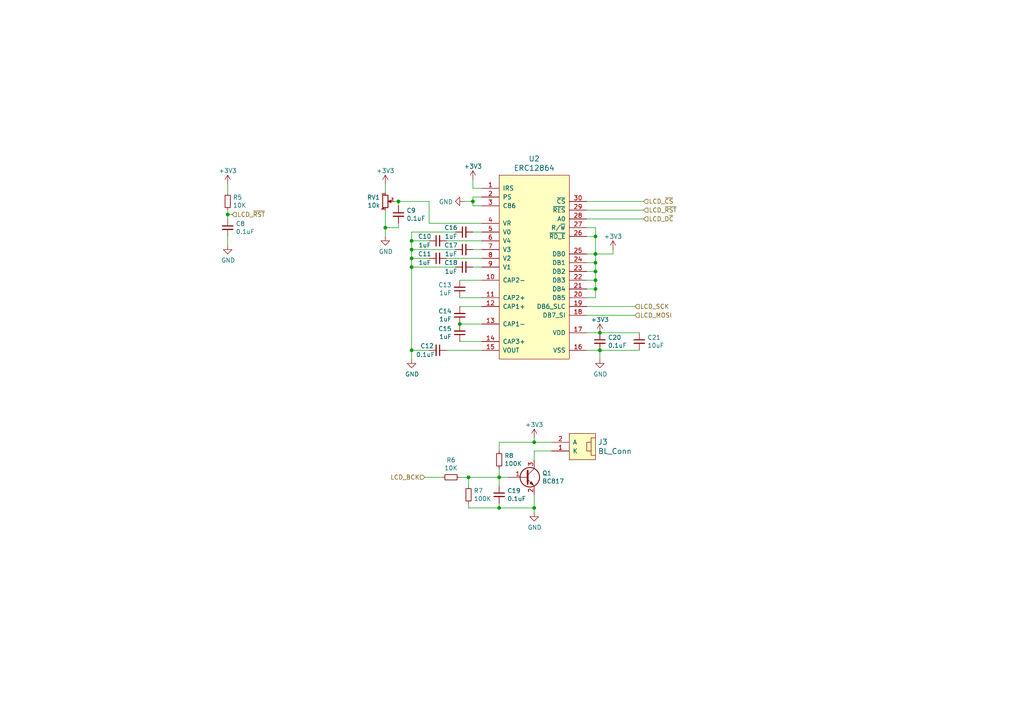
<source format=kicad_sch>
(kicad_sch (version 20211123) (generator eeschema)
  (paper "A4")
  (title_block (title "FGT") (date "2022-01-04") (rev "v1.1.0") (company "Juraj Giertl") (comment 1 "j74a8g@gmail.com"))
  (lib_symbols
    (symbol "Device:C_Small" (pin_numbers hide) (pin_names (offset 0.254) hide)
      (property "Reference" "C" (at 0.254 1.778 0))
      (property "Value" "C_Small" (at 0.254 -2.032 0))
      (symbol "C_Small_0_1"
        (polyline (pts (xy -1.524 -0.508) (xy 1.524 -0.508)) (stroke (width 0.3302)))
        (polyline (pts (xy -1.524 0.508) (xy 1.524 0.508)) (stroke (width 0.3048)))
      )
      (symbol "C_Small_1_1"
        (pin passive line (at 0 2.54 270) (length 2.032) (name "~") (number "1"))
        (pin passive line (at 0 -2.54 90) (length 2.032) (name "~") (number "2"))
      )
    )
    (symbol "Device:R_POT_Small" (pin_names (offset 1.016) hide)
      (property "Reference" "RV" (at -4.445 0 90))
      (property "Value" "Device_R_POT_Small" (at -2.54 0 90))
      (symbol "R_POT_Small_0_1"
        (polyline (pts (xy 0.889 0) (xy 0.635 0) (xy 1.651 0.381) (xy 1.651 -0.381) (xy 0.635 0) (xy 0.889 0)) (fill (type outline)))
        (rectangle (start 0.762 1.8034) (end -0.762 -1.8034) (stroke (width 0.254)))
      )
      (symbol "R_POT_Small_1_1"
        (pin passive line (at 0 2.54 270) (length 0.635) (name "1") (number "1"))
        (pin passive line (at 2.54 0 180) (length 0.9906) (name "2") (number "2"))
        (pin passive line (at 0 -2.54 90) (length 0.635) (name "3") (number "3"))
      )
    )
    (symbol "Device:R_Small" (pin_numbers hide) (pin_names (offset 0.254) hide)
      (property "Reference" "R" (at 0.762 0.508 0))
      (property "Value" "R_Small" (at 0.762 -1.016 0))
      (symbol "R_Small_0_1"
        (rectangle (start -0.762 1.778) (end 0.762 -1.778) (stroke (width 0.2032)))
      )
      (symbol "R_Small_1_1"
        (pin passive line (at 0 2.54 270) (length 0.762) (name "~") (number "1"))
        (pin passive line (at 0 -2.54 90) (length 0.762) (name "~") (number "2"))
      )
    )
    (symbol "Transistor_BJT:BC817" (pin_names (offset 0) hide)
      (property "Reference" "Q" (at 5.08 1.905 0))
      (property "Value" "BC817" (at 5.08 0 0))
      (symbol "BC817_0_1"
        (polyline (pts (xy 0.635 0.635) (xy 2.54 2.54)))
        (polyline (pts (xy 0.635 -0.635) (xy 2.54 -2.54) (xy 2.54 -2.54)))
        (polyline (pts (xy 0.635 1.905) (xy 0.635 -1.905) (xy 0.635 -1.905)) (stroke (width 0.508)))
        (polyline (pts (xy 1.27 -1.778) (xy 1.778 -1.27) (xy 2.286 -2.286) (xy 1.27 -1.778) (xy 1.27 -1.778)) (fill (type outline)))
        (circle (center 1.27 0) (radius 2.8194) (stroke (width 0.254)))
      )
      (symbol "BC817_1_1"
        (pin input line (at -5.08 0 0) (length 5.715) (name "B") (number "1"))
        (pin passive line (at 2.54 -5.08 90) (length 2.54) (name "E") (number "2"))
        (pin passive line (at 2.54 5.08 270) (length 2.54) (name "C") (number "3"))
      )
    )
    (symbol "display:BL_Conn" (pin_names (offset 1.016))
      (property "Reference" "J" (at -3.81 5.08 0))
      (property "Value" "BL_Conn" (at -1.27 -5.08 0))
      (symbol "BL_Conn_0_1"
        (rectangle (start -5.08 3.81) (end 2.54 -3.81) (fill (type background)))
        (polyline (pts (xy 1.27 1.27) (xy 0 1.27) (xy 0 -1.27) (xy 1.27 -1.27)))
        (polyline (pts (xy 2.54 2.54) (xy 1.27 2.54) (xy 1.27 -2.54) (xy 2.54 -2.54)))
      )
      (symbol "BL_Conn_1_1"
        (pin passive line (at -10.16 -1.27 0) (length 5.08) (name "K") (number "1"))
        (pin passive line (at -10.16 1.27 0) (length 5.08) (name "A") (number "2"))
      )
    )
    (symbol "display:ERC12864" (pin_names (offset 1.016))
      (property "Reference" "U" (at -8.89 29.21 0))
      (property "Value" "ERC12864" (at -3.81 -26.67 0))
      (symbol "ERC12864_0_1"
        (rectangle (start -10.16 27.94) (end 10.16 -25.4) (fill (type background)))
      )
      (symbol "ERC12864_1_1"
        (pin input line (at -15.24 24.13 0) (length 5.08) (name "IRS") (number "1"))
        (pin input line (at -15.24 -2.54 0) (length 5.08) (name "CAP2-") (number "10"))
        (pin input line (at -15.24 -7.62 0) (length 5.08) (name "CAP2+") (number "11"))
        (pin input line (at -15.24 -10.16 0) (length 5.08) (name "CAP1+") (number "12"))
        (pin input line (at -15.24 -15.24 0) (length 5.08) (name "CAP1-") (number "13"))
        (pin input line (at -15.24 -20.32 0) (length 5.08) (name "CAP3+") (number "14"))
        (pin input line (at -15.24 -22.86 0) (length 5.08) (name "VOUT") (number "15"))
        (pin input line (at 15.24 -22.86 180) (length 5.08) (name "VSS") (number "16"))
        (pin input line (at 15.24 -17.78 180) (length 5.08) (name "VDD") (number "17"))
        (pin input line (at 15.24 -12.7 180) (length 5.08) (name "DB7_SI") (number "18"))
        (pin input line (at 15.24 -10.16 180) (length 5.08) (name "DB6_SLC") (number "19"))
        (pin input line (at -15.24 21.59 0) (length 5.08) (name "PS") (number "2"))
        (pin input line (at 15.24 -7.62 180) (length 5.08) (name "DB5") (number "20"))
        (pin input line (at 15.24 -5.08 180) (length 5.08) (name "DB4") (number "21"))
        (pin input line (at 15.24 -2.54 180) (length 5.08) (name "DB3") (number "22"))
        (pin input line (at 15.24 0 180) (length 5.08) (name "DB2") (number "23"))
        (pin input line (at 15.24 2.54 180) (length 5.08) (name "DB1") (number "24"))
        (pin input line (at 15.24 5.08 180) (length 5.08) (name "DB0") (number "25"))
        (pin input line (at 15.24 10.16 180) (length 5.08) (name "~{RD_E}") (number "26"))
        (pin input line (at 15.24 12.7 180) (length 5.08) (name "R/~{W}") (number "27"))
        (pin input line (at 15.24 15.24 180) (length 5.08) (name "A0") (number "28"))
        (pin input line (at 15.24 17.78 180) (length 5.08) (name "~{RES}") (number "29"))
        (pin input line (at -15.24 19.05 0) (length 5.08) (name "C86") (number "3"))
        (pin input line (at 15.24 20.32 180) (length 5.08) (name "~{CS}") (number "30"))
        (pin input line (at -15.24 13.97 0) (length 5.08) (name "VR") (number "4"))
        (pin input line (at -15.24 11.43 0) (length 5.08) (name "V0") (number "5"))
        (pin input line (at -15.24 8.89 0) (length 5.08) (name "V4") (number "6"))
        (pin input line (at -15.24 6.35 0) (length 5.08) (name "V3") (number "7"))
        (pin input line (at -15.24 3.81 0) (length 5.08) (name "V2") (number "8"))
        (pin input line (at -15.24 1.27 0) (length 5.08) (name "V1") (number "9"))
      )
    )
    (symbol "power:+3.3V" (power) (pin_names (offset 0))
      (property "Value" "+3.3V" (at 0 3.556 0))
      (symbol "+3.3V_0_1"
        (polyline (pts (xy -0.762 1.27) (xy 0 2.54)))
        (polyline (pts (xy 0 0) (xy 0 2.54)))
        (polyline (pts (xy 0 2.54) (xy 0.762 1.27)))
      )
      (symbol "+3.3V_1_1"
        (pin power_in line (at 0 0 90) (length 0) hide (name "+3V3") (number "1"))
      )
    )
    (symbol "power:GND" (power) (pin_names (offset 0))
      (property "Value" "GND" (at 0 -3.81 0))
      (symbol "GND_0_1"
        (polyline (pts (xy 0 0) (xy 0 -1.27) (xy 1.27 -1.27) (xy 0 -2.54) (xy -1.27 -1.27) (xy 0 -1.27)))
      )
      (symbol "GND_1_1"
        (pin power_in line (at 0 0 270) (length 0) hide (name "GND") (number "1"))
      )
    )
  )
  (junction (at 173.99 96.52))
  (junction (at 172.72 81.28))
  (junction (at 137.16 58.42))
  (junction (at 119.38 74.93))
  (junction (at 119.38 77.47))
  (junction (at 135.89 138.43))
  (junction (at 154.94 128.27))
  (junction (at 119.38 101.6))
  (junction (at 119.38 69.85))
  (junction (at 115.57 58.42))
  (junction (at 172.72 78.74))
  (junction (at 172.72 83.82))
  (junction (at 119.38 72.39))
  (junction (at 172.72 73.66))
  (junction (at 133.35 93.98))
  (junction (at 173.99 101.6))
  (junction (at 144.78 138.43))
  (junction (at 66.04 62.23))
  (junction (at 172.72 76.2))
  (junction (at 111.76 66.04))
  (junction (at 144.78 147.32))
  (junction (at 154.94 147.32))
  (junction (at 172.72 68.58))
  (wire (pts (xy 144.78 135.89) (xy 144.78 138.43)))
  (wire (pts (xy 115.57 58.42) (xy 124.46 58.42)))
  (wire (pts (xy 173.99 101.6) (xy 173.99 104.14)))
  (wire (pts (xy 154.94 130.81) (xy 154.94 133.35)))
  (wire (pts (xy 154.94 147.32) (xy 144.78 147.32)))
  (wire (pts (xy 139.7 81.28) (xy 133.35 81.28)))
  (wire (pts (xy 154.94 128.27) (xy 144.78 128.27)))
  (wire (pts (xy 170.18 68.58) (xy 172.72 68.58)))
  (wire (pts (xy 139.7 54.61) (xy 137.16 54.61)))
  (wire (pts (xy 119.38 74.93) (xy 119.38 77.47)))
  (wire (pts (xy 170.18 63.5) (xy 186.69 63.5)))
  (wire (pts (xy 172.72 68.58) (xy 172.72 73.66)))
  (wire (pts (xy 139.7 99.06) (xy 133.35 99.06)))
  (wire (pts (xy 115.57 64.77) (xy 115.57 66.04)))
  (wire (pts (xy 170.18 81.28) (xy 172.72 81.28)))
  (wire (pts (xy 139.7 88.9) (xy 133.35 88.9)))
  (wire (pts (xy 111.76 53.34) (xy 111.76 55.88)))
  (wire (pts (xy 172.72 73.66) (xy 172.72 76.2)))
  (wire (pts (xy 177.8 72.39) (xy 177.8 73.66)))
  (wire (pts (xy 170.18 101.6) (xy 173.99 101.6)))
  (wire (pts (xy 172.72 73.66) (xy 177.8 73.66)))
  (wire (pts (xy 111.76 66.04) (xy 111.76 60.96)))
  (wire (pts (xy 172.72 78.74) (xy 172.72 81.28)))
  (wire (pts (xy 137.16 57.15) (xy 139.7 57.15)))
  (wire (pts (xy 135.89 140.97) (xy 135.89 138.43)))
  (wire (pts (xy 119.38 69.85) (xy 119.38 72.39)))
  (wire (pts (xy 172.72 86.36) (xy 170.18 86.36)))
  (wire (pts (xy 185.42 101.6) (xy 173.99 101.6)))
  (wire (pts (xy 66.04 55.88) (xy 66.04 53.34)))
  (wire (pts (xy 119.38 101.6) (xy 119.38 104.14)))
  (wire (pts (xy 172.72 76.2) (xy 172.72 78.74)))
  (wire (pts (xy 139.7 74.93) (xy 129.54 74.93)))
  (wire (pts (xy 144.78 147.32) (xy 144.78 146.05)))
  (wire (pts (xy 124.46 101.6) (xy 119.38 101.6)))
  (wire (pts (xy 66.04 62.23) (xy 66.04 63.5)))
  (wire (pts (xy 170.18 88.9) (xy 184.15 88.9)))
  (wire (pts (xy 144.78 128.27) (xy 144.78 130.81)))
  (wire (pts (xy 154.94 143.51) (xy 154.94 147.32)))
  (wire (pts (xy 170.18 58.42) (xy 186.69 58.42)))
  (wire (pts (xy 137.16 58.42) (xy 134.62 58.42)))
  (wire (pts (xy 170.18 66.04) (xy 172.72 66.04)))
  (wire (pts (xy 144.78 138.43) (xy 144.78 140.97)))
  (wire (pts (xy 135.89 138.43) (xy 133.35 138.43)))
  (wire (pts (xy 135.89 147.32) (xy 135.89 146.05)))
  (wire (pts (xy 139.7 64.77) (xy 124.46 64.77)))
  (wire (pts (xy 172.72 81.28) (xy 172.72 83.82)))
  (wire (pts (xy 132.08 77.47) (xy 119.38 77.47)))
  (wire (pts (xy 111.76 66.04) (xy 111.76 68.58)))
  (wire (pts (xy 124.46 69.85) (xy 119.38 69.85)))
  (wire (pts (xy 170.18 73.66) (xy 172.72 73.66)))
  (wire (pts (xy 170.18 83.82) (xy 172.72 83.82)))
  (wire (pts (xy 135.89 147.32) (xy 144.78 147.32)))
  (wire (pts (xy 137.16 59.69) (xy 137.16 58.42)))
  (wire (pts (xy 67.31 62.23) (xy 66.04 62.23)))
  (wire (pts (xy 66.04 68.58) (xy 66.04 71.12)))
  (wire (pts (xy 154.94 128.27) (xy 160.02 128.27)))
  (wire (pts (xy 170.18 60.96) (xy 186.69 60.96)))
  (wire (pts (xy 172.72 66.04) (xy 172.72 68.58)))
  (wire (pts (xy 128.27 138.43) (xy 123.19 138.43)))
  (wire (pts (xy 170.18 76.2) (xy 172.72 76.2)))
  (wire (pts (xy 119.38 72.39) (xy 119.38 74.93)))
  (wire (pts (xy 139.7 77.47) (xy 137.16 77.47)))
  (wire (pts (xy 119.38 74.93) (xy 124.46 74.93)))
  (wire (pts (xy 170.18 91.44) (xy 184.15 91.44)))
  (wire (pts (xy 119.38 67.31) (xy 119.38 69.85)))
  (wire (pts (xy 132.08 67.31) (xy 119.38 67.31)))
  (wire (pts (xy 133.35 93.98) (xy 139.7 93.98)))
  (wire (pts (xy 173.99 96.52) (xy 185.42 96.52)))
  (wire (pts (xy 137.16 59.69) (xy 139.7 59.69)))
  (wire (pts (xy 129.54 101.6) (xy 139.7 101.6)))
  (wire (pts (xy 170.18 78.74) (xy 172.72 78.74)))
  (wire (pts (xy 170.18 96.52) (xy 173.99 96.52)))
  (wire (pts (xy 139.7 69.85) (xy 129.54 69.85)))
  (wire (pts (xy 154.94 147.32) (xy 154.94 148.59)))
  (wire (pts (xy 119.38 72.39) (xy 132.08 72.39)))
  (wire (pts (xy 115.57 66.04) (xy 111.76 66.04)))
  (wire (pts (xy 115.57 58.42) (xy 114.3 58.42)))
  (wire (pts (xy 66.04 60.96) (xy 66.04 62.23)))
  (wire (pts (xy 139.7 72.39) (xy 137.16 72.39)))
  (wire (pts (xy 154.94 127) (xy 154.94 128.27)))
  (wire (pts (xy 172.72 83.82) (xy 172.72 86.36)))
  (wire (pts (xy 135.89 138.43) (xy 144.78 138.43)))
  (wire (pts (xy 137.16 58.42) (xy 137.16 57.15)))
  (wire (pts (xy 160.02 130.81) (xy 154.94 130.81)))
  (wire (pts (xy 124.46 64.77) (xy 124.46 58.42)))
  (wire (pts (xy 139.7 67.31) (xy 137.16 67.31)))
  (wire (pts (xy 115.57 58.42) (xy 115.57 59.69)))
  (wire (pts (xy 133.35 86.36) (xy 139.7 86.36)))
  (wire (pts (xy 147.32 138.43) (xy 144.78 138.43)))
  (wire (pts (xy 137.16 54.61) (xy 137.16 52.07)))
  (wire (pts (xy 119.38 77.47) (xy 119.38 101.6)))
  (hierarchical_label "LCD_~{CS}" (shape input) (at 186.69 58.42 0))
  (hierarchical_label "LCD_D~{C}" (shape input) (at 186.69 63.5 0))
  (hierarchical_label "LCD_MOSI" (shape input) (at 184.15 91.44 0))
  (hierarchical_label "LCD_~{RST}" (shape input) (at 67.31 62.23 0))
  (hierarchical_label "LCD_SCK" (shape input) (at 184.15 88.9 0))
  (hierarchical_label "LCD_~{RST}" (shape input) (at 186.69 60.96 0))
  (hierarchical_label "LCD_BCK" (shape input) (at 123.19 138.43 180))
  (symbol (lib_id "Device:C_Small") (at 173.99 99.06 0) (unit 1)
    (property "Reference" "C20" (at 176.3268 97.8916 0) (effects (justify left)))
    (property "Value" "0.1uF" (at 176.3268 100.203 0) (effects (justify left)))
    (property "Footprint" "Capacitor_SMD:C_0603_1608Metric" (effects hide))
  )
  (symbol (lib_id "Device:C_Small") (at 185.42 99.06 0) (unit 1)
    (property "Reference" "C21" (at 187.7568 97.8916 0) (effects (justify left)))
    (property "Value" "10uF" (at 187.7568 100.203 0) (effects (justify left)))
    (property "Footprint" "Capacitor_SMD:C_0805_2012Metric" (effects hide))
  )
  (symbol (lib_id "Device:R_Small") (at 66.04 58.42 0) (unit 1)
    (property "Reference" "R5" (at 67.5386 57.2516 0) (effects (justify left)))
    (property "Value" "10K" (at 67.5386 59.563 0) (effects (justify left)))
    (property "Footprint" "Resistor_SMD:R_0805_2012Metric" (effects hide))
  )
  (symbol (lib_id "power:GND") (at 173.99 104.14 0) (unit 1)
    (property "Reference" "#PWR0101" (effects hide))
    (property "Value" "GND" (at 174.117 108.5342 0))
  )
  (symbol (lib_id "power:+3.3V") (at 173.99 96.52 0) (unit 1)
    (property "Reference" "#PWR0102" (effects hide))
    (property "Value" "+3.3V" (at 173.99 92.71 0))
  )
  (symbol (lib_id "power:+3.3V") (at 177.8 72.39 0) (unit 1)
    (property "Reference" "#PWR0103" (effects hide))
    (property "Value" "+3.3V" (at 177.8 68.58 0))
  )
  (symbol (lib_id "Device:C_Small") (at 66.04 66.04 0) (unit 1)
    (property "Reference" "C8" (at 68.3768 64.8716 0) (effects (justify left)))
    (property "Value" "0.1uF" (at 68.3768 67.183 0) (effects (justify left)))
    (property "Footprint" "Capacitor_SMD:C_0603_1608Metric" (effects hide))
  )
  (symbol (lib_id "Device:C_Small") (at 127 101.6 270) (unit 1)
    (property "Reference" "C12" (at 121.92 100.33 90) (effects (justify left)))
    (property "Value" "0.1uF" (at 120.65 102.87 90) (effects (justify left)))
    (property "Footprint" "Capacitor_SMD:C_0603_1608Metric" (effects hide))
  )
  (symbol (lib_id "power:GND") (at 119.38 104.14 0) (unit 1)
    (property "Reference" "#PWR0104" (effects hide))
    (property "Value" "GND" (at 119.507 108.5342 0))
  )
  (symbol (lib_id "Device:C_Small") (at 134.62 67.31 90) (mirror x) (unit 1)
    (property "Reference" "C16" (at 130.81 66.04 90))
    (property "Value" "1uF" (at 130.81 68.58 90))
    (property "Footprint" "Capacitor_SMD:C_0603_1608Metric" (effects hide))
  )
  (symbol (lib_id "Device:C_Small") (at 127 69.85 90) (mirror x) (unit 1)
    (property "Reference" "C10" (at 123.19 68.58 90))
    (property "Value" "1uF" (at 123.19 71.12 90))
    (property "Footprint" "Capacitor_SMD:C_0603_1608Metric" (effects hide))
  )
  (symbol (lib_id "Device:C_Small") (at 134.62 72.39 90) (mirror x) (unit 1)
    (property "Reference" "C17" (at 130.81 71.12 90))
    (property "Value" "1uF" (at 130.81 73.66 90))
    (property "Footprint" "Capacitor_SMD:C_0603_1608Metric" (effects hide))
  )
  (symbol (lib_id "Device:C_Small") (at 127 74.93 90) (mirror x) (unit 1)
    (property "Reference" "C11" (at 123.19 73.66 90))
    (property "Value" "1uF" (at 123.19 76.2 90))
    (property "Footprint" "Capacitor_SMD:C_0603_1608Metric" (effects hide))
  )
  (symbol (lib_id "Device:C_Small") (at 134.62 77.47 90) (mirror x) (unit 1)
    (property "Reference" "C18" (at 130.81 76.2 90))
    (property "Value" "1uF" (at 130.81 78.74 90))
    (property "Footprint" "Capacitor_SMD:C_0603_1608Metric" (effects hide))
  )
  (symbol (lib_id "Device:C_Small") (at 133.35 83.82 0) (mirror x) (unit 1)
    (property "Reference" "C13" (at 131.0132 82.6516 0) (effects (justify right)))
    (property "Value" "1uF" (at 131.0132 84.963 0) (effects (justify right)))
    (property "Footprint" "Capacitor_SMD:C_0603_1608Metric" (effects hide))
  )
  (symbol (lib_id "Device:C_Small") (at 133.35 91.44 0) (mirror x) (unit 1)
    (property "Reference" "C14" (at 131.0132 90.2716 0) (effects (justify right)))
    (property "Value" "1uF" (at 131.0132 92.583 0) (effects (justify right)))
    (property "Footprint" "Capacitor_SMD:C_0603_1608Metric" (effects hide))
  )
  (symbol (lib_id "Device:C_Small") (at 133.35 96.52 0) (mirror x) (unit 1)
    (property "Reference" "C15" (at 131.0132 95.3516 0) (effects (justify right)))
    (property "Value" "1uF" (at 131.0132 97.663 0) (effects (justify right)))
    (property "Footprint" "Capacitor_SMD:C_0603_1608Metric" (effects hide))
  )
  (symbol (lib_id "power:+3.3V") (at 137.16 52.07 0) (unit 1)
    (property "Reference" "#PWR0105" (effects hide))
    (property "Value" "+3.3V" (at 137.16 48.26 0))
  )
  (symbol (lib_id "power:GND") (at 134.62 58.42 270) (unit 1)
    (property "Reference" "#PWR0106" (effects hide))
    (property "Value" "GND" (at 131.3688 58.547 90) (effects (justify right)))
  )
  (symbol (lib_id "Device:C_Small") (at 115.57 62.23 0) (unit 1)
    (property "Reference" "C9" (at 117.9068 61.0616 0) (effects (justify left)))
    (property "Value" "0.1uF" (at 117.9068 63.373 0) (effects (justify left)))
    (property "Footprint" "Capacitor_SMD:C_0603_1608Metric" (effects hide))
  )
  (symbol (lib_id "Device:R_POT_Small") (at 111.76 58.42 0) (unit 1)
    (property "Reference" "RV1" (at 110.236 57.2516 0) (effects (justify right)))
    (property "Value" "10k" (at 110.236 59.563 0) (effects (justify right)))
    (property "Footprint" "Potentiometer_SMD:Potentiometer_Vishay_TS53YJ_Vertical" (effects hide))
  )
  (symbol (lib_id "power:GND") (at 111.76 68.58 0) (unit 1)
    (property "Reference" "#PWR0107" (effects hide))
    (property "Value" "GND" (at 111.887 72.9742 0))
  )
  (symbol (lib_id "power:+3.3V") (at 111.76 53.34 0) (unit 1)
    (property "Reference" "#PWR0108" (effects hide))
    (property "Value" "+3.3V" (at 111.76 49.53 0))
  )
  (symbol (lib_id "power:+3.3V") (at 66.04 53.34 0) (unit 1)
    (property "Reference" "#PWR0109" (effects hide))
    (property "Value" "+3.3V" (at 66.04 49.53 0))
  )
  (symbol (lib_id "power:GND") (at 66.04 71.12 0) (unit 1)
    (property "Reference" "#PWR0110" (effects hide))
    (property "Value" "GND" (at 66.167 75.5142 0))
  )
  (symbol (lib_id "Transistor_BJT:BC817") (at 152.4 138.43 0) (unit 1)
    (property "Reference" "Q1" (at 157.2514 137.2616 0) (effects (justify left)))
    (property "Value" "BC817" (at 157.2514 139.573 0) (effects (justify left)))
    (property "Footprint" "Package_TO_SOT_SMD:SOT-23" (effects hide))
    (property "Datasheet" "https://www.onsemi.com/pub/Collateral/BC818-D.pdf" (effects hide))
  )
  (symbol (lib_id "power:+3.3V") (at 154.94 127 0) (unit 1)
    (property "Reference" "#PWR0111" (effects hide))
    (property "Value" "+3.3V" (at 154.94 123.19 0))
  )
  (symbol (lib_id "power:GND") (at 154.94 148.59 0) (unit 1)
    (property "Reference" "#PWR0112" (effects hide))
    (property "Value" "GND" (at 155.067 152.9842 0))
  )
  (symbol (lib_id "Device:R_Small") (at 144.78 133.35 0) (unit 1)
    (property "Reference" "R8" (at 146.2786 132.1816 0) (effects (justify left)))
    (property "Value" "100K" (at 146.2786 134.493 0) (effects (justify left)))
    (property "Footprint" "Resistor_SMD:R_0805_2012Metric" (effects hide))
  )
  (symbol (lib_id "Device:R_Small") (at 135.89 143.51 0) (unit 1)
    (property "Reference" "R7" (at 137.3886 142.3416 0) (effects (justify left)))
    (property "Value" "100K" (at 137.3886 144.653 0) (effects (justify left)))
    (property "Footprint" "Resistor_SMD:R_0805_2012Metric" (effects hide))
  )
  (symbol (lib_id "Device:C_Small") (at 144.78 143.51 0) (unit 1)
    (property "Reference" "C19" (at 147.1168 142.3416 0) (effects (justify left)))
    (property "Value" "0.1uF" (at 147.1168 144.653 0) (effects (justify left)))
    (property "Footprint" "Capacitor_SMD:C_0603_1608Metric" (effects hide))
  )
  (symbol (lib_id "Device:R_Small") (at 130.81 138.43 270) (unit 1)
    (property "Reference" "R6" (at 130.81 133.4516 90))
    (property "Value" "10K" (at 130.81 135.763 90))
    (property "Footprint" "Resistor_SMD:R_0805_2012Metric" (effects hide))
  )
  (symbol (lib_id "display:BL_Conn") (at 170.18 129.54 0) (unit 1)
    (property "Reference" "J3" (at 173.4312 128.1938 0) (effects (font (size 1.524 1.524)) (justify left)))
    (property "Value" "BL_Conn" (at 173.4312 130.8862 0) (effects (font (size 1.524 1.524)) (justify left)))
    (property "Footprint" "ER-CON30HB:ER-CON2.0-2P-SMD" (effects hide))
  )
  (symbol (lib_id "display:ERC12864") (at 154.94 78.74 0) (unit 1)
    (property "Reference" "U2" (at 154.94 46.0502 0) (effects (font (size 1.524 1.524))))
    (property "Value" "ERC12864" (at 154.94 48.7426 0) (effects (font (size 1.524 1.524))))
    (property "Footprint" "ER-CON30HB:ER-CON30HB-1" (effects hide))
  )
)
</source>
